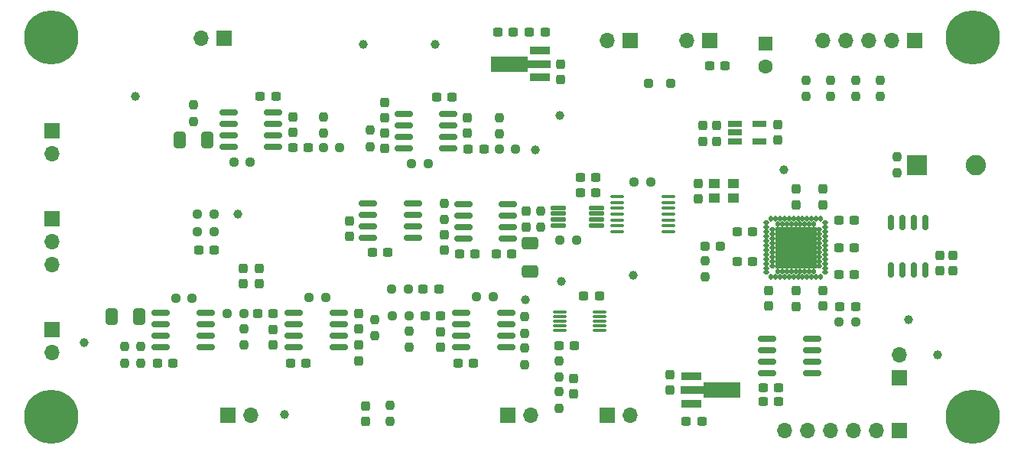
<source format=gts>
G04 #@! TF.GenerationSoftware,KiCad,Pcbnew,8.0.8*
G04 #@! TF.CreationDate,2025-01-24T13:19:23-06:00*
G04 #@! TF.ProjectId,delay_pedal,64656c61-795f-4706-9564-616c2e6b6963,rev?*
G04 #@! TF.SameCoordinates,Original*
G04 #@! TF.FileFunction,Soldermask,Top*
G04 #@! TF.FilePolarity,Negative*
%FSLAX46Y46*%
G04 Gerber Fmt 4.6, Leading zero omitted, Abs format (unit mm)*
G04 Created by KiCad (PCBNEW 8.0.8) date 2025-01-24 13:19:23*
%MOMM*%
%LPD*%
G01*
G04 APERTURE LIST*
G04 Aperture macros list*
%AMRoundRect*
0 Rectangle with rounded corners*
0 $1 Rounding radius*
0 $2 $3 $4 $5 $6 $7 $8 $9 X,Y pos of 4 corners*
0 Add a 4 corners polygon primitive as box body*
4,1,4,$2,$3,$4,$5,$6,$7,$8,$9,$2,$3,0*
0 Add four circle primitives for the rounded corners*
1,1,$1+$1,$2,$3*
1,1,$1+$1,$4,$5*
1,1,$1+$1,$6,$7*
1,1,$1+$1,$8,$9*
0 Add four rect primitives between the rounded corners*
20,1,$1+$1,$2,$3,$4,$5,0*
20,1,$1+$1,$4,$5,$6,$7,0*
20,1,$1+$1,$6,$7,$8,$9,0*
20,1,$1+$1,$8,$9,$2,$3,0*%
%AMFreePoly0*
4,1,9,5.362500,-0.866500,1.237500,-0.866500,1.237500,-0.450000,-1.237500,-0.450000,-1.237500,0.450000,1.237500,0.450000,1.237500,0.866500,5.362500,0.866500,5.362500,-0.866500,5.362500,-0.866500,$1*%
G04 Aperture macros list end*
%ADD10RoundRect,0.250000X0.650000X-0.412500X0.650000X0.412500X-0.650000X0.412500X-0.650000X-0.412500X0*%
%ADD11RoundRect,0.250000X0.412500X0.650000X-0.412500X0.650000X-0.412500X-0.650000X0.412500X-0.650000X0*%
%ADD12RoundRect,0.250000X-0.412500X-0.650000X0.412500X-0.650000X0.412500X0.650000X-0.412500X0.650000X0*%
%ADD13C,1.000000*%
%ADD14RoundRect,0.237500X-0.237500X0.250000X-0.237500X-0.250000X0.237500X-0.250000X0.237500X0.250000X0*%
%ADD15RoundRect,0.237500X-0.237500X0.300000X-0.237500X-0.300000X0.237500X-0.300000X0.237500X0.300000X0*%
%ADD16RoundRect,0.237500X0.300000X0.237500X-0.300000X0.237500X-0.300000X-0.237500X0.300000X-0.237500X0*%
%ADD17RoundRect,0.237500X0.237500X-0.300000X0.237500X0.300000X-0.237500X0.300000X-0.237500X-0.300000X0*%
%ADD18RoundRect,0.237500X0.237500X-0.250000X0.237500X0.250000X-0.237500X0.250000X-0.237500X-0.250000X0*%
%ADD19C,6.000000*%
%ADD20RoundRect,0.237500X-0.250000X-0.237500X0.250000X-0.237500X0.250000X0.237500X-0.250000X0.237500X0*%
%ADD21RoundRect,0.237500X-0.237500X0.287500X-0.237500X-0.287500X0.237500X-0.287500X0.237500X0.287500X0*%
%ADD22R,1.700000X1.700000*%
%ADD23O,1.700000X1.700000*%
%ADD24RoundRect,0.150000X-0.825000X-0.150000X0.825000X-0.150000X0.825000X0.150000X-0.825000X0.150000X0*%
%ADD25RoundRect,0.125000X-0.687500X-0.125000X0.687500X-0.125000X0.687500X0.125000X-0.687500X0.125000X0*%
%ADD26RoundRect,0.237500X-0.287500X-0.237500X0.287500X-0.237500X0.287500X0.237500X-0.287500X0.237500X0*%
%ADD27RoundRect,0.237500X0.250000X0.237500X-0.250000X0.237500X-0.250000X-0.237500X0.250000X-0.237500X0*%
%ADD28RoundRect,0.237500X-0.300000X-0.237500X0.300000X-0.237500X0.300000X0.237500X-0.300000X0.237500X0*%
%ADD29RoundRect,0.237500X0.237500X-0.287500X0.237500X0.287500X-0.237500X0.287500X-0.237500X-0.287500X0*%
%ADD30R,2.250000X2.250000*%
%ADD31C,2.250000*%
%ADD32R,2.300000X0.900000*%
%ADD33FreePoly0,180.000000*%
%ADD34RoundRect,0.075000X-0.650000X-0.075000X0.650000X-0.075000X0.650000X0.075000X-0.650000X0.075000X0*%
%ADD35RoundRect,0.150000X0.825000X0.150000X-0.825000X0.150000X-0.825000X-0.150000X0.825000X-0.150000X0*%
%ADD36R,1.560000X0.650000*%
%ADD37RoundRect,0.102000X-2.200000X-2.200000X2.200000X-2.200000X2.200000X2.200000X-2.200000X2.200000X0*%
%ADD38RoundRect,0.102000X-0.200000X-0.110000X0.200000X-0.110000X0.200000X0.110000X-0.200000X0.110000X0*%
%ADD39RoundRect,0.102000X-0.110000X-0.200000X0.110000X-0.200000X0.110000X0.200000X-0.110000X0.200000X0*%
%ADD40RoundRect,0.250000X0.250000X0.250000X-0.250000X0.250000X-0.250000X-0.250000X0.250000X-0.250000X0*%
%ADD41R,1.600000X1.600000*%
%ADD42C,1.600000*%
%ADD43RoundRect,0.150000X0.150000X-0.675000X0.150000X0.675000X-0.150000X0.675000X-0.150000X-0.675000X0*%
%ADD44FreePoly0,0.000000*%
%ADD45RoundRect,0.100000X0.637500X0.100000X-0.637500X0.100000X-0.637500X-0.100000X0.637500X-0.100000X0*%
%ADD46R,1.300000X1.100000*%
G04 APERTURE END LIST*
D10*
X151900000Y-104762500D03*
X151900000Y-101637500D03*
D11*
X116200000Y-90200000D03*
X113075000Y-90200000D03*
D12*
X105537500Y-109800000D03*
X108662500Y-109800000D03*
D13*
X119564214Y-98439214D03*
D14*
X155087500Y-118125000D03*
X155087500Y-119950000D03*
D15*
X170500000Y-95037500D03*
X170500000Y-96762500D03*
D16*
X112364214Y-114929214D03*
X110639214Y-114929214D03*
D17*
X135764214Y-87794214D03*
X135764214Y-86069214D03*
D18*
X120201714Y-112929214D03*
X120201714Y-111104214D03*
D19*
X98914214Y-78914214D03*
D20*
X136575000Y-106700000D03*
X138400000Y-106700000D03*
D13*
X155200000Y-87500000D03*
X155400000Y-105900000D03*
D15*
X171064214Y-88639214D03*
X171064214Y-90364214D03*
D21*
X120164214Y-104414214D03*
X120164214Y-106164214D03*
D15*
X167414214Y-116189214D03*
X167414214Y-117914214D03*
D22*
X99000000Y-89210000D03*
D23*
X99000000Y-91750000D03*
D13*
X197000000Y-114000000D03*
D24*
X149464214Y-97319214D03*
X149464214Y-98589214D03*
X149464214Y-99859214D03*
X149464214Y-101129214D03*
X144514214Y-101129214D03*
X144514214Y-99859214D03*
X144514214Y-98589214D03*
X144514214Y-97319214D03*
D14*
X171250000Y-103587500D03*
X171250000Y-105412500D03*
D25*
X155026714Y-97729214D03*
X155026714Y-98379214D03*
X155026714Y-99029214D03*
X155026714Y-99679214D03*
X159251714Y-99679214D03*
X159251714Y-99029214D03*
X159251714Y-98379214D03*
X159251714Y-97729214D03*
D26*
X171250000Y-102000000D03*
X173000000Y-102000000D03*
D18*
X142414214Y-99071714D03*
X142414214Y-97246714D03*
D20*
X145976714Y-107629214D03*
X147801714Y-107629214D03*
D22*
X171750000Y-79250000D03*
D23*
X169210000Y-79250000D03*
D27*
X120201714Y-109429214D03*
X118376714Y-109429214D03*
D28*
X140251714Y-109684214D03*
X141976714Y-109684214D03*
D29*
X133664214Y-121414214D03*
X133664214Y-119664214D03*
D17*
X135764214Y-91194214D03*
X135764214Y-89469214D03*
D14*
X192500000Y-92087500D03*
X192500000Y-93912500D03*
D22*
X192800000Y-122400000D03*
D23*
X190260000Y-122400000D03*
X187720000Y-122400000D03*
X185180000Y-122400000D03*
X182640000Y-122400000D03*
X180100000Y-122400000D03*
D14*
X155100000Y-114675000D03*
X155100000Y-116500000D03*
D20*
X148464214Y-91269214D03*
X150289214Y-91269214D03*
D30*
X194750000Y-93000000D03*
D31*
X201250000Y-93000000D03*
D16*
X145826714Y-102879214D03*
X144101714Y-102879214D03*
D18*
X187914214Y-85414214D03*
X187914214Y-83589214D03*
D15*
X178314214Y-106914214D03*
X178314214Y-108639214D03*
X131914214Y-99189214D03*
X131914214Y-100914214D03*
D16*
X148151714Y-102829214D03*
X149876714Y-102829214D03*
D24*
X178150000Y-112260000D03*
X178150000Y-113530000D03*
X178150000Y-114800000D03*
X178150000Y-116070000D03*
X183100000Y-116070000D03*
X183100000Y-114800000D03*
X183100000Y-113530000D03*
X183100000Y-112260000D03*
D20*
X163425000Y-94914214D03*
X165250000Y-94914214D03*
D14*
X107014214Y-113124214D03*
X107014214Y-114949214D03*
D18*
X114614214Y-88176714D03*
X114614214Y-86351714D03*
D27*
X116914214Y-100414214D03*
X115089214Y-100414214D03*
D28*
X155076714Y-113029214D03*
X156801714Y-113029214D03*
D16*
X170914214Y-121414214D03*
X169189214Y-121414214D03*
D13*
X108164214Y-85414214D03*
D15*
X184314214Y-106914214D03*
X184314214Y-108639214D03*
X123451714Y-111204214D03*
X123451714Y-112929214D03*
D32*
X152964214Y-83314214D03*
D33*
X152876714Y-81814214D03*
D32*
X152964214Y-80314214D03*
D27*
X157012500Y-101300000D03*
X155187500Y-101300000D03*
D34*
X155151714Y-109279214D03*
X155151714Y-109779214D03*
X155151714Y-110279214D03*
X155151714Y-110779214D03*
X155151714Y-111279214D03*
X159551714Y-111279214D03*
X159551714Y-110779214D03*
X159551714Y-110279214D03*
X159551714Y-109779214D03*
X159551714Y-109279214D03*
D29*
X121914214Y-106164214D03*
X121914214Y-104414214D03*
D14*
X153100000Y-98075000D03*
X153100000Y-99900000D03*
D16*
X150039214Y-78314214D03*
X148314214Y-78314214D03*
D15*
X198750000Y-103000000D03*
X198750000Y-104725000D03*
D28*
X157475000Y-94350000D03*
X159200000Y-94350000D03*
D35*
X142839214Y-91174214D03*
X142839214Y-89904214D03*
X142839214Y-88634214D03*
X142839214Y-87364214D03*
X137889214Y-87364214D03*
X137889214Y-88634214D03*
X137889214Y-89904214D03*
X137889214Y-91174214D03*
D20*
X119114214Y-92664214D03*
X120939214Y-92664214D03*
D16*
X146789214Y-91269214D03*
X145064214Y-91269214D03*
D13*
X133414214Y-79664214D03*
D36*
X174564214Y-88464214D03*
X174564214Y-89414214D03*
X174564214Y-90364214D03*
X177264214Y-90364214D03*
X177264214Y-88464214D03*
D22*
X99000000Y-111230000D03*
D23*
X99000000Y-113770000D03*
D15*
X181314214Y-106939214D03*
X181314214Y-108664214D03*
D17*
X125614214Y-89426714D03*
X125614214Y-87701714D03*
D35*
X123464214Y-90974214D03*
X123464214Y-89704214D03*
X123464214Y-88434214D03*
X123464214Y-87164214D03*
X118514214Y-87164214D03*
X118514214Y-88434214D03*
X118514214Y-89704214D03*
X118514214Y-90974214D03*
D13*
X141414214Y-79664214D03*
D22*
X118000000Y-79000000D03*
D23*
X115460000Y-79000000D03*
D20*
X115089214Y-98414214D03*
X116914214Y-98414214D03*
D37*
X181314214Y-102164214D03*
D38*
X178064214Y-99414214D03*
X178064214Y-99914214D03*
X178064214Y-100414214D03*
X178064214Y-100914214D03*
X178064214Y-101414214D03*
X178064214Y-101914214D03*
X178064214Y-102414214D03*
X178064214Y-102914214D03*
X178064214Y-103414214D03*
X178064214Y-103914214D03*
X178064214Y-104414214D03*
X178064214Y-104914214D03*
D39*
X178564214Y-105414214D03*
X179064214Y-105414214D03*
X179564214Y-105414214D03*
X180064214Y-105414214D03*
X180564214Y-105414214D03*
X181064214Y-105414214D03*
X181564214Y-105414214D03*
X182064214Y-105414214D03*
X182564214Y-105414214D03*
X183064214Y-105414214D03*
X183564214Y-105414214D03*
X184064214Y-105414214D03*
D38*
X184564214Y-104914214D03*
X184564214Y-104414214D03*
X184564214Y-103914214D03*
X184564214Y-103414214D03*
X184564214Y-102914214D03*
X184564214Y-102414214D03*
X184564214Y-101914214D03*
X184564214Y-101414214D03*
X184564214Y-100914214D03*
X184564214Y-100414214D03*
X184564214Y-99914214D03*
X184564214Y-99414214D03*
D39*
X184064214Y-98914214D03*
X183564214Y-98914214D03*
X183064214Y-98914214D03*
X182564214Y-98914214D03*
X182064214Y-98914214D03*
X181564214Y-98914214D03*
X181064214Y-98914214D03*
X180564214Y-98914214D03*
X180064214Y-98914214D03*
X179564214Y-98914214D03*
X179064214Y-98914214D03*
X178564214Y-98914214D03*
D38*
X178714214Y-100164214D03*
X178714214Y-100664214D03*
X178714214Y-101164214D03*
X178714214Y-101664214D03*
X178714214Y-102164214D03*
X178714214Y-102664214D03*
X178714214Y-103164214D03*
X178714214Y-103664214D03*
X178714214Y-104164214D03*
D39*
X179314214Y-104764214D03*
X179814214Y-104764214D03*
X180314214Y-104764214D03*
X180814214Y-104764214D03*
X181314214Y-104764214D03*
X181814214Y-104764214D03*
X182314214Y-104764214D03*
X182814214Y-104764214D03*
X183314214Y-104764214D03*
D38*
X183914214Y-104164214D03*
X183914214Y-103664214D03*
X183914214Y-103164214D03*
X183914214Y-102664214D03*
X183914214Y-102164214D03*
X183914214Y-101664214D03*
X183914214Y-101164214D03*
X183914214Y-100664214D03*
X183914214Y-100164214D03*
D39*
X183314214Y-99564214D03*
X182814214Y-99564214D03*
X182314214Y-99564214D03*
X181814214Y-99564214D03*
X181314214Y-99564214D03*
X180814214Y-99564214D03*
X180314214Y-99564214D03*
X179814214Y-99564214D03*
X179314214Y-99564214D03*
D19*
X200914214Y-120914214D03*
D24*
X133964214Y-97259214D03*
X133964214Y-98529214D03*
X133964214Y-99799214D03*
X133964214Y-101069214D03*
X138914214Y-101069214D03*
X138914214Y-99799214D03*
X138914214Y-98529214D03*
X138914214Y-97259214D03*
D15*
X141976714Y-111459214D03*
X141976714Y-113184214D03*
D22*
X99000000Y-98920000D03*
D23*
X99000000Y-101460000D03*
X99000000Y-104000000D03*
D22*
X192800000Y-116575000D03*
D23*
X192800000Y-114035000D03*
D40*
X167500000Y-84000000D03*
X165000000Y-84000000D03*
D15*
X132951714Y-112954214D03*
X132951714Y-114679214D03*
D18*
X136414214Y-121414214D03*
X136414214Y-119589214D03*
D27*
X138476714Y-109684214D03*
X136651714Y-109684214D03*
D15*
X172564214Y-88639214D03*
X172564214Y-90364214D03*
D28*
X157475000Y-96100000D03*
X159200000Y-96100000D03*
D18*
X182414214Y-85414214D03*
X182414214Y-83589214D03*
D17*
X144964214Y-89494214D03*
X144964214Y-87769214D03*
D41*
X178000000Y-79567621D03*
D42*
X178000000Y-82067621D03*
D18*
X108826714Y-114936714D03*
X108826714Y-113111714D03*
D16*
X127114214Y-114929214D03*
X125389214Y-114929214D03*
D28*
X186189214Y-108664214D03*
X187914214Y-108664214D03*
X141564214Y-85500000D03*
X143289214Y-85500000D03*
X186089214Y-105164214D03*
X187814214Y-105164214D03*
D24*
X149226714Y-109374214D03*
X149226714Y-110644214D03*
X149226714Y-111914214D03*
X149226714Y-113184214D03*
X144276714Y-113184214D03*
X144276714Y-111914214D03*
X144276714Y-110644214D03*
X144276714Y-109374214D03*
D28*
X121726714Y-109429214D03*
X123451714Y-109429214D03*
D17*
X155314214Y-83539214D03*
X155314214Y-81814214D03*
D15*
X142414214Y-100734214D03*
X142414214Y-102459214D03*
X156750000Y-116637500D03*
X156750000Y-118362500D03*
D13*
X152500000Y-91300000D03*
D14*
X129014214Y-87651714D03*
X129014214Y-89476714D03*
D20*
X129014214Y-91064214D03*
X130839214Y-91064214D03*
D18*
X185164214Y-85414214D03*
X185164214Y-83589214D03*
D20*
X138764214Y-92869214D03*
X140589214Y-92869214D03*
D27*
X114476714Y-107724214D03*
X112651714Y-107724214D03*
D28*
X122014214Y-85414214D03*
X123739214Y-85414214D03*
D17*
X151500000Y-99862500D03*
X151500000Y-98137500D03*
D16*
X141800000Y-106700000D03*
X140075000Y-106700000D03*
D20*
X186089214Y-110414214D03*
X187914214Y-110414214D03*
D14*
X134164214Y-89169214D03*
X134164214Y-90994214D03*
D43*
X191845000Y-104625000D03*
X193115000Y-104625000D03*
X194385000Y-104625000D03*
X195655000Y-104625000D03*
X195655000Y-99375000D03*
X194385000Y-99375000D03*
X193115000Y-99375000D03*
X191845000Y-99375000D03*
D19*
X98914214Y-120914214D03*
D16*
X116914214Y-102414214D03*
X115189214Y-102414214D03*
X179400000Y-119165000D03*
X177675000Y-119165000D03*
D22*
X194500000Y-79250000D03*
D23*
X191960000Y-79250000D03*
X189420000Y-79250000D03*
X186880000Y-79250000D03*
X184340000Y-79250000D03*
D32*
X169764214Y-116414214D03*
D44*
X169851714Y-117914214D03*
D32*
X169764214Y-119414214D03*
D22*
X118460000Y-120750000D03*
D23*
X121000000Y-120750000D03*
D24*
X130701714Y-109369214D03*
X130701714Y-110639214D03*
X130701714Y-111909214D03*
X130701714Y-113179214D03*
X125751714Y-113179214D03*
X125751714Y-111909214D03*
X125751714Y-110639214D03*
X125751714Y-109369214D03*
D13*
X180000000Y-93500000D03*
D18*
X190664214Y-85414214D03*
X190664214Y-83589214D03*
D16*
X136164214Y-102664214D03*
X134439214Y-102664214D03*
D28*
X186064214Y-102164214D03*
X187789214Y-102164214D03*
D16*
X176564214Y-100414214D03*
X174839214Y-100414214D03*
D15*
X132951714Y-109454214D03*
X132951714Y-111179214D03*
D13*
X193800000Y-110100000D03*
D18*
X138476714Y-113184214D03*
X138476714Y-111359214D03*
D15*
X197250000Y-103000000D03*
X197250000Y-104725000D03*
D13*
X151400000Y-107900000D03*
D16*
X159551714Y-107529214D03*
X157826714Y-107529214D03*
X153539214Y-78314214D03*
X151814214Y-78314214D03*
D22*
X160460000Y-120700000D03*
D23*
X163000000Y-120700000D03*
D16*
X127339214Y-91064214D03*
X125614214Y-91064214D03*
D15*
X179314214Y-88501714D03*
X179314214Y-90226714D03*
D13*
X163300000Y-105200000D03*
D19*
X200914214Y-78914214D03*
D13*
X124714214Y-120664214D03*
D16*
X179400000Y-117665000D03*
X177675000Y-117665000D03*
D24*
X115951714Y-109369214D03*
X115951714Y-110639214D03*
X115951714Y-111909214D03*
X115951714Y-113179214D03*
X111001714Y-113179214D03*
X111001714Y-111909214D03*
X111001714Y-110639214D03*
X111001714Y-109369214D03*
D16*
X176564214Y-103664214D03*
X174839214Y-103664214D03*
X145639214Y-114934214D03*
X143914214Y-114934214D03*
D27*
X129251714Y-107679214D03*
X127426714Y-107679214D03*
D28*
X186089214Y-99164214D03*
X187814214Y-99164214D03*
X171775000Y-82000000D03*
X173500000Y-82000000D03*
D17*
X184314214Y-97414214D03*
X184314214Y-95689214D03*
D14*
X148464214Y-87769214D03*
X148464214Y-89594214D03*
X151301714Y-109804214D03*
X151301714Y-111629214D03*
D22*
X149460000Y-120710000D03*
D23*
X152000000Y-120710000D03*
D45*
X167251714Y-100404214D03*
X167251714Y-99754214D03*
X167251714Y-99104214D03*
X167251714Y-98454214D03*
X167251714Y-97804214D03*
X167251714Y-97154214D03*
X167251714Y-96504214D03*
X161526714Y-96504214D03*
X161526714Y-97154214D03*
X161526714Y-97804214D03*
X161526714Y-98454214D03*
X161526714Y-99104214D03*
X161526714Y-99754214D03*
X161526714Y-100404214D03*
D22*
X163000000Y-79250000D03*
D23*
X160460000Y-79250000D03*
D18*
X134701714Y-111929214D03*
X134701714Y-110104214D03*
D17*
X181314214Y-97414214D03*
X181314214Y-95689214D03*
D13*
X102500000Y-112700000D03*
D14*
X151300000Y-113275000D03*
X151300000Y-115100000D03*
D46*
X172300000Y-96700000D03*
X174400000Y-96700000D03*
X174400000Y-95050000D03*
X172300000Y-95050000D03*
M02*

</source>
